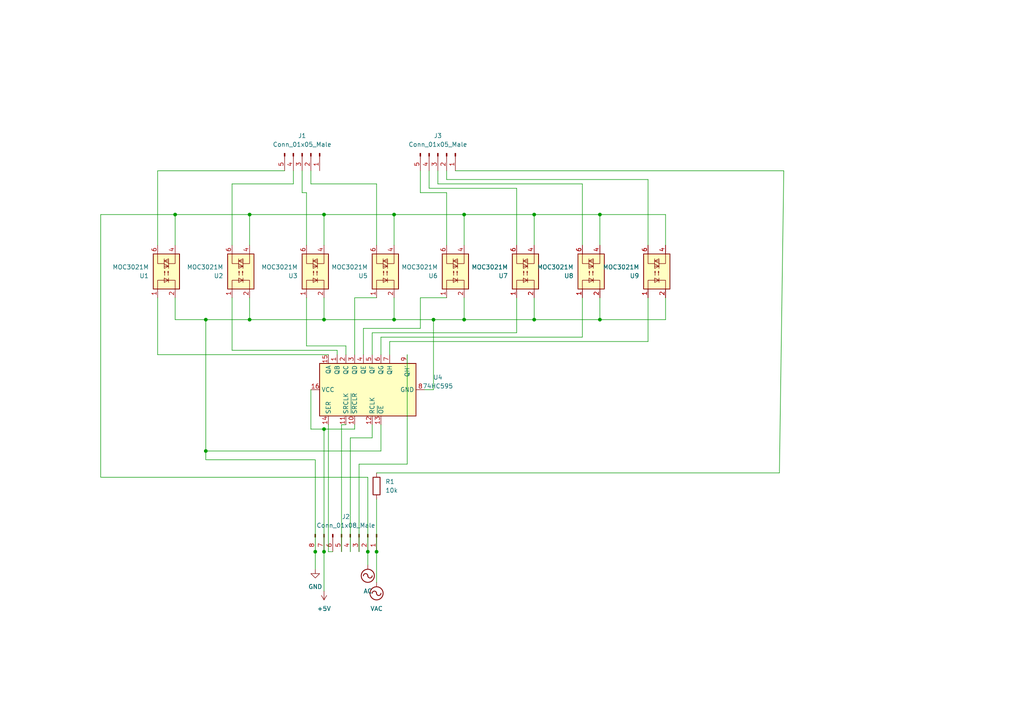
<source format=kicad_sch>
(kicad_sch (version 20211123) (generator eeschema)
  (paper "A4")
  (lib_symbols
    (symbol "74xx:74HC595"
      (property "Reference" "U" (at -7.62 13.97 0))
      (property "Value" "74HC595" (at -7.62 -16.51 0))
      (symbol "74HC595_1_0"
        (pin tri_state line (at 10.16 7.62 180) (length 2.54) (name "QB") (number "1"))
        (pin input line (at -10.16 2.54 0) (length 2.54) (name "~{SRCLR}") (number "10"))
        (pin input line (at -10.16 5.08 0) (length 2.54) (name "SRCLK") (number "11"))
        (pin input line (at -10.16 -2.54 0) (length 2.54) (name "RCLK") (number "12"))
        (pin input line (at -10.16 -5.08 0) (length 2.54) (name "~{OE}") (number "13"))
        (pin input line (at -10.16 10.16 0) (length 2.54) (name "SER") (number "14"))
        (pin tri_state line (at 10.16 10.16 180) (length 2.54) (name "QA") (number "15"))
        (pin power_in line (at 0 15.24 270) (length 2.54) (name "VCC") (number "16"))
        (pin tri_state line (at 10.16 5.08 180) (length 2.54) (name "QC") (number "2"))
        (pin tri_state line (at 10.16 2.54 180) (length 2.54) (name "QD") (number "3"))
        (pin tri_state line (at 10.16 0 180) (length 2.54) (name "QE") (number "4"))
        (pin tri_state line (at 10.16 -2.54 180) (length 2.54) (name "QF") (number "5"))
        (pin tri_state line (at 10.16 -5.08 180) (length 2.54) (name "QG") (number "6"))
        (pin tri_state line (at 10.16 -7.62 180) (length 2.54) (name "QH") (number "7"))
        (pin power_in line (at 0 -17.78 90) (length 2.54) (name "GND") (number "8"))
        (pin output line (at 10.16 -12.7 180) (length 2.54) (name "QH'") (number "9"))
      )
      (symbol "74HC595_1_1"
        (rectangle (start -7.62 12.7) (end 7.62 -15.24) (stroke (width 0.254)) (fill (type background)))
      )
    )
    (symbol "Connector:Conn_01x05_Male" (pin_names (offset 1.016) hide)
      (property "Reference" "J" (at 0 7.62 0))
      (property "Value" "Conn_01x05_Male" (at 0 -7.62 0))
      (symbol "Conn_01x05_Male_1_1"
        (polyline (pts (xy 1.27 -5.08) (xy 0.8636 -5.08)) (stroke (width 0.1524)))
        (polyline (pts (xy 1.27 -2.54) (xy 0.8636 -2.54)) (stroke (width 0.1524)))
        (polyline (pts (xy 1.27 0) (xy 0.8636 0)) (stroke (width 0.1524)))
        (polyline (pts (xy 1.27 2.54) (xy 0.8636 2.54)) (stroke (width 0.1524)))
        (polyline (pts (xy 1.27 5.08) (xy 0.8636 5.08)) (stroke (width 0.1524)))
        (rectangle (start 0.8636 -4.953) (end 0 -5.207) (stroke (width 0.1524)) (fill (type outline)))
        (rectangle (start 0.8636 -2.413) (end 0 -2.667) (stroke (width 0.1524)) (fill (type outline)))
        (rectangle (start 0.8636 0.127) (end 0 -0.127) (stroke (width 0.1524)) (fill (type outline)))
        (rectangle (start 0.8636 2.667) (end 0 2.413) (stroke (width 0.1524)) (fill (type outline)))
        (rectangle (start 0.8636 5.207) (end 0 4.953) (stroke (width 0.1524)) (fill (type outline)))
        (pin passive line (at 5.08 5.08 180) (length 3.81) (name "Pin_1") (number "1"))
        (pin passive line (at 5.08 2.54 180) (length 3.81) (name "Pin_2") (number "2"))
        (pin passive line (at 5.08 0 180) (length 3.81) (name "Pin_3") (number "3"))
        (pin passive line (at 5.08 -2.54 180) (length 3.81) (name "Pin_4") (number "4"))
        (pin passive line (at 5.08 -5.08 180) (length 3.81) (name "Pin_5") (number "5"))
      )
    )
    (symbol "Connector:Conn_01x08_Male" (pin_names (offset 1.016) hide)
      (property "Reference" "J" (at 0 10.16 0))
      (property "Value" "Conn_01x08_Male" (at 0 -12.7 0))
      (symbol "Conn_01x08_Male_1_1"
        (polyline (pts (xy 1.27 -10.16) (xy 0.8636 -10.16)) (stroke (width 0.1524)))
        (polyline (pts (xy 1.27 -7.62) (xy 0.8636 -7.62)) (stroke (width 0.1524)))
        (polyline (pts (xy 1.27 -5.08) (xy 0.8636 -5.08)) (stroke (width 0.1524)))
        (polyline (pts (xy 1.27 -2.54) (xy 0.8636 -2.54)) (stroke (width 0.1524)))
        (polyline (pts (xy 1.27 0) (xy 0.8636 0)) (stroke (width 0.1524)))
        (polyline (pts (xy 1.27 2.54) (xy 0.8636 2.54)) (stroke (width 0.1524)))
        (polyline (pts (xy 1.27 5.08) (xy 0.8636 5.08)) (stroke (width 0.1524)))
        (polyline (pts (xy 1.27 7.62) (xy 0.8636 7.62)) (stroke (width 0.1524)))
        (rectangle (start 0.8636 -10.033) (end 0 -10.287) (stroke (width 0.1524)) (fill (type outline)))
        (rectangle (start 0.8636 -7.493) (end 0 -7.747) (stroke (width 0.1524)) (fill (type outline)))
        (rectangle (start 0.8636 -4.953) (end 0 -5.207) (stroke (width 0.1524)) (fill (type outline)))
        (rectangle (start 0.8636 -2.413) (end 0 -2.667) (stroke (width 0.1524)) (fill (type outline)))
        (rectangle (start 0.8636 0.127) (end 0 -0.127) (stroke (width 0.1524)) (fill (type outline)))
        (rectangle (start 0.8636 2.667) (end 0 2.413) (stroke (width 0.1524)) (fill (type outline)))
        (rectangle (start 0.8636 5.207) (end 0 4.953) (stroke (width 0.1524)) (fill (type outline)))
        (rectangle (start 0.8636 7.747) (end 0 7.493) (stroke (width 0.1524)) (fill (type outline)))
        (pin passive line (at 5.08 7.62 180) (length 3.81) (name "Pin_1") (number "1"))
        (pin passive line (at 5.08 5.08 180) (length 3.81) (name "Pin_2") (number "2"))
        (pin passive line (at 5.08 2.54 180) (length 3.81) (name "Pin_3") (number "3"))
        (pin passive line (at 5.08 0 180) (length 3.81) (name "Pin_4") (number "4"))
        (pin passive line (at 5.08 -2.54 180) (length 3.81) (name "Pin_5") (number "5"))
        (pin passive line (at 5.08 -5.08 180) (length 3.81) (name "Pin_6") (number "6"))
        (pin passive line (at 5.08 -7.62 180) (length 3.81) (name "Pin_7") (number "7"))
        (pin passive line (at 5.08 -10.16 180) (length 3.81) (name "Pin_8") (number "8"))
      )
    )
    (symbol "Device:R" (pin_numbers hide) (pin_names (offset 0))
      (property "Reference" "R" (at 2.032 0 90))
      (property "Value" "R" (at 0 0 90))
      (symbol "R_0_1"
        (rectangle (start -1.016 -2.54) (end 1.016 2.54) (stroke (width 0.254)))
      )
      (symbol "R_1_1"
        (pin passive line (at 0 3.81 270) (length 1.27) (name "~") (number "1"))
        (pin passive line (at 0 -3.81 90) (length 1.27) (name "~") (number "2"))
      )
    )
    (symbol "MOC3021M_1"
      (property "Reference" "U" (at -5.334 4.826 0))
      (property "Value" "MOC3021M_1" (at 0 5.08 0))
      (property "Footprint" "Package_DIP:DIP-6_W7.62mm" (at -5.08 -5.08 0))
      (symbol "MOC3021M_1_0_1"
        (rectangle (start -5.08 3.81) (end 5.08 -3.81) (stroke (width 0.254)) (fill (type background)))
        (polyline (pts (xy -3.175 -0.635) (xy -1.905 -0.635)))
        (polyline (pts (xy 1.524 -0.635) (xy 1.524 0.635)))
        (polyline (pts (xy 3.048 0.635) (xy 3.048 -0.635)))
        (polyline (pts (xy 2.286 -0.635) (xy 2.286 -2.54) (xy 5.08 -2.54)))
        (polyline (pts (xy 2.286 0.635) (xy 2.286 2.54) (xy 5.08 2.54)))
        (polyline (pts (xy -5.08 2.54) (xy -2.54 2.54) (xy -2.54 -2.54) (xy -5.08 -2.54)))
        (polyline (pts (xy -2.54 -0.635) (xy -3.175 0.635) (xy -1.905 0.635) (xy -2.54 -0.635)))
        (polyline (pts (xy 0.889 -0.635) (xy 3.683 -0.635) (xy 3.048 0.635) (xy 2.413 -0.635)))
        (polyline (pts (xy 3.683 0.635) (xy 0.889 0.635) (xy 1.524 -0.635) (xy 2.159 0.635)))
        (polyline (pts (xy -1.143 -0.508) (xy 0.127 -0.508) (xy -0.254 -0.635) (xy -0.254 -0.381) (xy 0.127 -0.508)))
        (polyline (pts (xy -1.143 0.508) (xy 0.127 0.508) (xy -0.254 0.381) (xy -0.254 0.635) (xy 0.127 0.508)))
      )
      (symbol "MOC3021M_1_1_1"
        (pin passive line (at -7.62 2.54 0) (length 2.54) (name "~") (number "1"))
        (pin passive line (at -7.62 -2.54 0) (length 2.54) (name "~") (number "2"))
        (pin no_connect line (at -5.08 0 0) (length 2.54) hide (name "NC") (number "3"))
        (pin passive line (at 7.62 -2.54 180) (length 2.54) (name "~") (number "4"))
        (pin no_connect line (at 5.08 0 180) (length 2.54) hide (name "NC") (number "5"))
        (pin passive line (at 7.62 2.54 180) (length 2.54) (name "~") (number "6"))
      )
    )
    (symbol "MOC3021M_2"
      (property "Reference" "U" (at -5.334 4.826 0))
      (property "Value" "MOC3021M_2" (at 0 5.08 0))
      (property "Footprint" "Package_DIP:DIP-6_W7.62mm" (at -5.08 -5.08 0))
      (symbol "MOC3021M_2_0_1"
        (rectangle (start -5.08 3.81) (end 5.08 -3.81) (stroke (width 0.254)) (fill (type background)))
        (polyline (pts (xy -3.175 -0.635) (xy -1.905 -0.635)))
        (polyline (pts (xy 1.524 -0.635) (xy 1.524 0.635)))
        (polyline (pts (xy 3.048 0.635) (xy 3.048 -0.635)))
        (polyline (pts (xy 2.286 -0.635) (xy 2.286 -2.54) (xy 5.08 -2.54)))
        (polyline (pts (xy 2.286 0.635) (xy 2.286 2.54) (xy 5.08 2.54)))
        (polyline (pts (xy -5.08 2.54) (xy -2.54 2.54) (xy -2.54 -2.54) (xy -5.08 -2.54)))
        (polyline (pts (xy -2.54 -0.635) (xy -3.175 0.635) (xy -1.905 0.635) (xy -2.54 -0.635)))
        (polyline (pts (xy 0.889 -0.635) (xy 3.683 -0.635) (xy 3.048 0.635) (xy 2.413 -0.635)))
        (polyline (pts (xy 3.683 0.635) (xy 0.889 0.635) (xy 1.524 -0.635) (xy 2.159 0.635)))
        (polyline (pts (xy -1.143 -0.508) (xy 0.127 -0.508) (xy -0.254 -0.635) (xy -0.254 -0.381) (xy 0.127 -0.508)))
        (polyline (pts (xy -1.143 0.508) (xy 0.127 0.508) (xy -0.254 0.381) (xy -0.254 0.635) (xy 0.127 0.508)))
      )
      (symbol "MOC3021M_2_1_1"
        (pin passive line (at -7.62 2.54 0) (length 2.54) (name "~") (number "1"))
        (pin passive line (at -7.62 -2.54 0) (length 2.54) (name "~") (number "2"))
        (pin no_connect line (at -5.08 0 0) (length 2.54) hide (name "NC") (number "3"))
        (pin passive line (at 7.62 -2.54 180) (length 2.54) (name "~") (number "4"))
        (pin no_connect line (at 5.08 0 180) (length 2.54) hide (name "NC") (number "5"))
        (pin passive line (at 7.62 2.54 180) (length 2.54) (name "~") (number "6"))
      )
    )
    (symbol "MOC3021M_3"
      (property "Reference" "U" (at -5.334 4.826 0))
      (property "Value" "MOC3021M_3" (at 0 5.08 0))
      (property "Footprint" "Package_DIP:DIP-6_W7.62mm" (at -5.08 -5.08 0))
      (symbol "MOC3021M_3_0_1"
        (rectangle (start -5.08 3.81) (end 5.08 -3.81) (stroke (width 0.254)) (fill (type background)))
        (polyline (pts (xy -3.175 -0.635) (xy -1.905 -0.635)))
        (polyline (pts (xy 1.524 -0.635) (xy 1.524 0.635)))
        (polyline (pts (xy 3.048 0.635) (xy 3.048 -0.635)))
        (polyline (pts (xy 2.286 -0.635) (xy 2.286 -2.54) (xy 5.08 -2.54)))
        (polyline (pts (xy 2.286 0.635) (xy 2.286 2.54) (xy 5.08 2.54)))
        (polyline (pts (xy -5.08 2.54) (xy -2.54 2.54) (xy -2.54 -2.54) (xy -5.08 -2.54)))
        (polyline (pts (xy -2.54 -0.635) (xy -3.175 0.635) (xy -1.905 0.635) (xy -2.54 -0.635)))
        (polyline (pts (xy 0.889 -0.635) (xy 3.683 -0.635) (xy 3.048 0.635) (xy 2.413 -0.635)))
        (polyline (pts (xy 3.683 0.635) (xy 0.889 0.635) (xy 1.524 -0.635) (xy 2.159 0.635)))
        (polyline (pts (xy -1.143 -0.508) (xy 0.127 -0.508) (xy -0.254 -0.635) (xy -0.254 -0.381) (xy 0.127 -0.508)))
        (polyline (pts (xy -1.143 0.508) (xy 0.127 0.508) (xy -0.254 0.381) (xy -0.254 0.635) (xy 0.127 0.508)))
      )
      (symbol "MOC3021M_3_1_1"
        (pin passive line (at -7.62 2.54 0) (length 2.54) (name "~") (number "1"))
        (pin passive line (at -7.62 -2.54 0) (length 2.54) (name "~") (number "2"))
        (pin no_connect line (at -5.08 0 0) (length 2.54) hide (name "NC") (number "3"))
        (pin passive line (at 7.62 -2.54 180) (length 2.54) (name "~") (number "4"))
        (pin no_connect line (at 5.08 0 180) (length 2.54) hide (name "NC") (number "5"))
        (pin passive line (at 7.62 2.54 180) (length 2.54) (name "~") (number "6"))
      )
    )
    (symbol "MOC3021M_4"
      (property "Reference" "U" (at -5.334 4.826 0))
      (property "Value" "MOC3021M_4" (at 0 5.08 0))
      (property "Footprint" "Package_DIP:DIP-6_W7.62mm" (at -5.08 -5.08 0))
      (symbol "MOC3021M_4_0_1"
        (rectangle (start -5.08 3.81) (end 5.08 -3.81) (stroke (width 0.254)) (fill (type background)))
        (polyline (pts (xy -3.175 -0.635) (xy -1.905 -0.635)))
        (polyline (pts (xy 1.524 -0.635) (xy 1.524 0.635)))
        (polyline (pts (xy 3.048 0.635) (xy 3.048 -0.635)))
        (polyline (pts (xy 2.286 -0.635) (xy 2.286 -2.54) (xy 5.08 -2.54)))
        (polyline (pts (xy 2.286 0.635) (xy 2.286 2.54) (xy 5.08 2.54)))
        (polyline (pts (xy -5.08 2.54) (xy -2.54 2.54) (xy -2.54 -2.54) (xy -5.08 -2.54)))
        (polyline (pts (xy -2.54 -0.635) (xy -3.175 0.635) (xy -1.905 0.635) (xy -2.54 -0.635)))
        (polyline (pts (xy 0.889 -0.635) (xy 3.683 -0.635) (xy 3.048 0.635) (xy 2.413 -0.635)))
        (polyline (pts (xy 3.683 0.635) (xy 0.889 0.635) (xy 1.524 -0.635) (xy 2.159 0.635)))
        (polyline (pts (xy -1.143 -0.508) (xy 0.127 -0.508) (xy -0.254 -0.635) (xy -0.254 -0.381) (xy 0.127 -0.508)))
        (polyline (pts (xy -1.143 0.508) (xy 0.127 0.508) (xy -0.254 0.381) (xy -0.254 0.635) (xy 0.127 0.508)))
      )
      (symbol "MOC3021M_4_1_1"
        (pin passive line (at -7.62 2.54 0) (length 2.54) (name "~") (number "1"))
        (pin passive line (at -7.62 -2.54 0) (length 2.54) (name "~") (number "2"))
        (pin no_connect line (at -5.08 0 0) (length 2.54) hide (name "NC") (number "3"))
        (pin passive line (at 7.62 -2.54 180) (length 2.54) (name "~") (number "4"))
        (pin no_connect line (at 5.08 0 180) (length 2.54) hide (name "NC") (number "5"))
        (pin passive line (at 7.62 2.54 180) (length 2.54) (name "~") (number "6"))
      )
    )
    (symbol "MOC3021M_5"
      (property "Reference" "U" (at -5.334 4.826 0))
      (property "Value" "MOC3021M_5" (at 0 5.08 0))
      (property "Footprint" "Package_DIP:DIP-6_W7.62mm" (at -5.08 -5.08 0))
      (symbol "MOC3021M_5_0_1"
        (rectangle (start -5.08 3.81) (end 5.08 -3.81) (stroke (width 0.254)) (fill (type background)))
        (polyline (pts (xy -3.175 -0.635) (xy -1.905 -0.635)))
        (polyline (pts (xy 1.524 -0.635) (xy 1.524 0.635)))
        (polyline (pts (xy 3.048 0.635) (xy 3.048 -0.635)))
        (polyline (pts (xy 2.286 -0.635) (xy 2.286 -2.54) (xy 5.08 -2.54)))
        (polyline (pts (xy 2.286 0.635) (xy 2.286 2.54) (xy 5.08 2.54)))
        (polyline (pts (xy -5.08 2.54) (xy -2.54 2.54) (xy -2.54 -2.54) (xy -5.08 -2.54)))
        (polyline (pts (xy -2.54 -0.635) (xy -3.175 0.635) (xy -1.905 0.635) (xy -2.54 -0.635)))
        (polyline (pts (xy 0.889 -0.635) (xy 3.683 -0.635) (xy 3.048 0.635) (xy 2.413 -0.635)))
        (polyline (pts (xy 3.683 0.635) (xy 0.889 0.635) (xy 1.524 -0.635) (xy 2.159 0.635)))
        (polyline (pts (xy -1.143 -0.508) (xy 0.127 -0.508) (xy -0.254 -0.635) (xy -0.254 -0.381) (xy 0.127 -0.508)))
        (polyline (pts (xy -1.143 0.508) (xy 0.127 0.508) (xy -0.254 0.381) (xy -0.254 0.635) (xy 0.127 0.508)))
      )
      (symbol "MOC3021M_5_1_1"
        (pin passive line (at -7.62 2.54 0) (length 2.54) (name "~") (number "1"))
        (pin passive line (at -7.62 -2.54 0) (length 2.54) (name "~") (number "2"))
        (pin no_connect line (at -5.08 0 0) (length 2.54) hide (name "NC") (number "3"))
        (pin passive line (at 7.62 -2.54 180) (length 2.54) (name "~") (number "4"))
        (pin no_connect line (at 5.08 0 180) (length 2.54) hide (name "NC") (number "5"))
        (pin passive line (at 7.62 2.54 180) (length 2.54) (name "~") (number "6"))
      )
    )
    (symbol "MOC3021M_6"
      (property "Reference" "U" (at -5.334 4.826 0))
      (property "Value" "MOC3021M_6" (at 0 5.08 0))
      (property "Footprint" "Package_DIP:DIP-6_W7.62mm" (at -5.08 -5.08 0))
      (symbol "MOC3021M_6_0_1"
        (rectangle (start -5.08 3.81) (end 5.08 -3.81) (stroke (width 0.254)) (fill (type background)))
        (polyline (pts (xy -3.175 -0.635) (xy -1.905 -0.635)))
        (polyline (pts (xy 1.524 -0.635) (xy 1.524 0.635)))
        (polyline (pts (xy 3.048 0.635) (xy 3.048 -0.635)))
        (polyline (pts (xy 2.286 -0.635) (xy 2.286 -2.54) (xy 5.08 -2.54)))
        (polyline (pts (xy 2.286 0.635) (xy 2.286 2.54) (xy 5.08 2.54)))
        (polyline (pts (xy -5.08 2.54) (xy -2.54 2.54) (xy -2.54 -2.54) (xy -5.08 -2.54)))
        (polyline (pts (xy -2.54 -0.635) (xy -3.175 0.635) (xy -1.905 0.635) (xy -2.54 -0.635)))
        (polyline (pts (xy 0.889 -0.635) (xy 3.683 -0.635) (xy 3.048 0.635) (xy 2.413 -0.635)))
        (polyline (pts (xy 3.683 0.635) (xy 0.889 0.635) (xy 1.524 -0.635) (xy 2.159 0.635)))
        (polyline (pts (xy -1.143 -0.508) (xy 0.127 -0.508) (xy -0.254 -0.635) (xy -0.254 -0.381) (xy 0.127 -0.508)))
        (polyline (pts (xy -1.143 0.508) (xy 0.127 0.508) (xy -0.254 0.381) (xy -0.254 0.635) (xy 0.127 0.508)))
      )
      (symbol "MOC3021M_6_1_1"
        (pin passive line (at -7.62 2.54 0) (length 2.54) (name "~") (number "1"))
        (pin passive line (at -7.62 -2.54 0) (length 2.54) (name "~") (number "2"))
        (pin no_connect line (at -5.08 0 0) (length 2.54) hide (name "NC") (number "3"))
        (pin passive line (at 7.62 -2.54 180) (length 2.54) (name "~") (number "4"))
        (pin no_connect line (at 5.08 0 180) (length 2.54) hide (name "NC") (number "5"))
        (pin passive line (at 7.62 2.54 180) (length 2.54) (name "~") (number "6"))
      )
    )
    (symbol "MOC3021M_7"
      (property "Reference" "U" (at -5.334 4.826 0))
      (property "Value" "MOC3021M_7" (at 0 5.08 0))
      (property "Footprint" "Package_DIP:DIP-6_W7.62mm" (at -5.08 -5.08 0))
      (symbol "MOC3021M_7_0_1"
        (rectangle (start -5.08 3.81) (end 5.08 -3.81) (stroke (width 0.254)) (fill (type background)))
        (polyline (pts (xy -3.175 -0.635) (xy -1.905 -0.635)))
        (polyline (pts (xy 1.524 -0.635) (xy 1.524 0.635)))
        (polyline (pts (xy 3.048 0.635) (xy 3.048 -0.635)))
        (polyline (pts (xy 2.286 -0.635) (xy 2.286 -2.54) (xy 5.08 -2.54)))
        (polyline (pts (xy 2.286 0.635) (xy 2.286 2.54) (xy 5.08 2.54)))
        (polyline (pts (xy -5.08 2.54) (xy -2.54 2.54) (xy -2.54 -2.54) (xy -5.08 -2.54)))
        (polyline (pts (xy -2.54 -0.635) (xy -3.175 0.635) (xy -1.905 0.635) (xy -2.54 -0.635)))
        (polyline (pts (xy 0.889 -0.635) (xy 3.683 -0.635) (xy 3.048 0.635) (xy 2.413 -0.635)))
        (polyline (pts (xy 3.683 0.635) (xy 0.889 0.635) (xy 1.524 -0.635) (xy 2.159 0.635)))
        (polyline (pts (xy -1.143 -0.508) (xy 0.127 -0.508) (xy -0.254 -0.635) (xy -0.254 -0.381) (xy 0.127 -0.508)))
        (polyline (pts (xy -1.143 0.508) (xy 0.127 0.508) (xy -0.254 0.381) (xy -0.254 0.635) (xy 0.127 0.508)))
      )
      (symbol "MOC3021M_7_1_1"
        (pin passive line (at -7.62 2.54 0) (length 2.54) (name "~") (number "1"))
        (pin passive line (at -7.62 -2.54 0) (length 2.54) (name "~") (number "2"))
        (pin no_connect line (at -5.08 0 0) (length 2.54) hide (name "NC") (number "3"))
        (pin passive line (at 7.62 -2.54 180) (length 2.54) (name "~") (number "4"))
        (pin no_connect line (at 5.08 0 180) (length 2.54) hide (name "NC") (number "5"))
        (pin passive line (at 7.62 2.54 180) (length 2.54) (name "~") (number "6"))
      )
    )
    (symbol "Relay_SolidState:MOC3021M"
      (property "Reference" "U" (at -5.334 4.826 0))
      (property "Value" "MOC3021M" (at 0 5.08 0))
      (property "Footprint" "Package_DIP:DIP-6_W7.62mm" (at -5.08 -5.08 0))
      (symbol "MOC3021M_0_1"
        (rectangle (start -5.08 3.81) (end 5.08 -3.81) (stroke (width 0.254)) (fill (type background)))
        (polyline (pts (xy -3.175 -0.635) (xy -1.905 -0.635)))
        (polyline (pts (xy 1.524 -0.635) (xy 1.524 0.635)))
        (polyline (pts (xy 3.048 0.635) (xy 3.048 -0.635)))
        (polyline (pts (xy 2.286 -0.635) (xy 2.286 -2.54) (xy 5.08 -2.54)))
        (polyline (pts (xy 2.286 0.635) (xy 2.286 2.54) (xy 5.08 2.54)))
        (polyline (pts (xy -5.08 2.54) (xy -2.54 2.54) (xy -2.54 -2.54) (xy -5.08 -2.54)))
        (polyline (pts (xy -2.54 -0.635) (xy -3.175 0.635) (xy -1.905 0.635) (xy -2.54 -0.635)))
        (polyline (pts (xy 0.889 -0.635) (xy 3.683 -0.635) (xy 3.048 0.635) (xy 2.413 -0.635)))
        (polyline (pts (xy 3.683 0.635) (xy 0.889 0.635) (xy 1.524 -0.635) (xy 2.159 0.635)))
        (polyline (pts (xy -1.143 -0.508) (xy 0.127 -0.508) (xy -0.254 -0.635) (xy -0.254 -0.381) (xy 0.127 -0.508)))
        (polyline (pts (xy -1.143 0.508) (xy 0.127 0.508) (xy -0.254 0.381) (xy -0.254 0.635) (xy 0.127 0.508)))
      )
      (symbol "MOC3021M_1_1"
        (pin passive line (at -7.62 2.54 0) (length 2.54) (name "~") (number "1"))
        (pin passive line (at -7.62 -2.54 0) (length 2.54) (name "~") (number "2"))
        (pin no_connect line (at -5.08 0 0) (length 2.54) hide (name "NC") (number "3"))
        (pin passive line (at 7.62 -2.54 180) (length 2.54) (name "~") (number "4"))
        (pin no_connect line (at 5.08 0 180) (length 2.54) hide (name "NC") (number "5"))
        (pin passive line (at 7.62 2.54 180) (length 2.54) (name "~") (number "6"))
      )
    )
    (symbol "power:+5V" (power) (pin_names (offset 0))
      (property "Value" "+5V" (at 0 3.556 0))
      (symbol "+5V_0_1"
        (polyline (pts (xy -0.762 1.27) (xy 0 2.54)))
        (polyline (pts (xy 0 0) (xy 0 2.54)))
        (polyline (pts (xy 0 2.54) (xy 0.762 1.27)))
      )
      (symbol "+5V_1_1"
        (pin power_in line (at 0 0 90) (length 0) hide (name "+5V") (number "1"))
      )
    )
    (symbol "power:AC" (power) (pin_names (offset 0))
      (property "Value" "AC" (at 0 6.35 0))
      (symbol "AC_0_1"
        (polyline (pts (xy 0 0) (xy 0 1.27)))
        (arc (start 0 3.175) (mid -0.635 3.81) (end -1.27 3.175) (stroke (width 0.254)))
        (arc (start 0 3.175) (mid 0.635 2.54) (end 1.27 3.175) (stroke (width 0.254)))
        (circle (center 0 3.175) (radius 1.905) (stroke (width 0.254)))
      )
      (symbol "AC_1_1"
        (pin power_in line (at 0 0 90) (length 0) hide (name "AC") (number "1"))
      )
    )
    (symbol "power:GND" (power) (pin_names (offset 0))
      (property "Value" "GND" (at 0 -3.81 0))
      (symbol "GND_0_1"
        (polyline (pts (xy 0 0) (xy 0 -1.27) (xy 1.27 -1.27) (xy 0 -2.54) (xy -1.27 -1.27) (xy 0 -1.27)))
      )
      (symbol "GND_1_1"
        (pin power_in line (at 0 0 270) (length 0) hide (name "GND") (number "1"))
      )
    )
    (symbol "power:VAC" (power) (pin_names (offset 0))
      (property "Value" "VAC" (at 0 6.35 0))
      (symbol "VAC_0_1"
        (polyline (pts (xy 0 0) (xy 0 1.27)))
        (arc (start 0 3.175) (mid -0.635 3.81) (end -1.27 3.175) (stroke (width 0.254)))
        (arc (start 0 3.175) (mid 0.635 2.54) (end 1.27 3.175) (stroke (width 0.254)))
        (circle (center 0 3.175) (radius 1.905) (stroke (width 0.254)))
      )
      (symbol "VAC_1_1"
        (pin power_in line (at 0 0 90) (length 0) hide (name "VAC") (number "1"))
      )
    )
  )
  (junction (at 173.99 62.23))
  (junction (at 114.3 92.71))
  (junction (at 59.69 130.81))
  (junction (at 72.39 92.71))
  (junction (at 154.94 62.23))
  (junction (at 91.44 160.02))
  (junction (at 154.94 92.71))
  (junction (at 134.62 62.23))
  (junction (at 109.22 160.02))
  (junction (at 125.73 92.71))
  (junction (at 106.68 160.02))
  (junction (at 93.98 124.46))
  (junction (at 173.99 92.71))
  (junction (at 114.3 62.23))
  (junction (at 72.39 62.23))
  (junction (at 93.98 160.02))
  (junction (at 134.62 92.71))
  (junction (at 59.69 92.71))
  (junction (at 93.98 62.23))
  (junction (at 93.98 92.71))
  (junction (at 50.8 62.23))
  (wire (pts (xy 110.49 102.87) (xy 110.49 97.79)))
  (wire (pts (xy 100.33 100.33) (xy 88.9 100.33)))
  (wire (pts (xy 107.95 96.52) (xy 149.86 96.52)))
  (wire (pts (xy 154.94 86.36) (xy 154.94 92.71)))
  (wire (pts (xy 113.03 99.06) (xy 187.96 99.06)))
  (wire (pts (xy 168.91 71.12) (xy 168.91 53.34)))
  (wire (pts (xy 125.73 113.03) (xy 125.73 92.71)))
  (wire (pts (xy 114.3 92.71) (xy 125.73 92.71)))
  (wire (pts (xy 107.95 102.87) (xy 107.95 96.52)))
  (wire (pts (xy 193.04 92.71) (xy 193.04 86.36)))
  (wire (pts (xy 97.79 101.6) (xy 67.31 101.6)))
  (wire (pts (xy 85.09 53.34) (xy 85.09 49.53)))
  (wire (pts (xy 118.11 134.62) (xy 104.14 134.62)))
  (wire (pts (xy 99.06 160.02) (xy 99.06 123.19)))
  (wire (pts (xy 154.94 62.23) (xy 173.99 62.23)))
  (wire (pts (xy 149.86 71.12) (xy 149.86 54.61)))
  (wire (pts (xy 132.08 49.53) (xy 227.33 49.53)))
  (wire (pts (xy 67.31 101.6) (xy 67.31 86.36)))
  (wire (pts (xy 109.22 137.16) (xy 226.06 137.16)))
  (wire (pts (xy 129.54 71.12) (xy 129.54 55.88)))
  (wire (pts (xy 88.9 71.12) (xy 88.9 55.88)))
  (wire (pts (xy 102.87 124.46) (xy 93.98 124.46)))
  (wire (pts (xy 173.99 62.23) (xy 193.04 62.23)))
  (wire (pts (xy 59.69 133.35) (xy 59.69 130.81)))
  (wire (pts (xy 106.68 160.02) (xy 106.68 163.83)))
  (wire (pts (xy 118.11 102.87) (xy 118.11 134.62)))
  (wire (pts (xy 110.49 97.79) (xy 168.91 97.79)))
  (wire (pts (xy 226.06 137.16) (xy 227.33 49.53)))
  (wire (pts (xy 109.22 160.02) (xy 109.22 168.91)))
  (wire (pts (xy 95.25 160.02) (xy 96.52 160.02)))
  (wire (pts (xy 72.39 92.71) (xy 93.98 92.71)))
  (wire (pts (xy 187.96 52.07) (xy 129.54 52.07)))
  (wire (pts (xy 50.8 92.71) (xy 59.69 92.71)))
  (wire (pts (xy 106.68 160.02) (xy 106.68 138.43)))
  (wire (pts (xy 109.22 53.34) (xy 90.17 53.34)))
  (wire (pts (xy 72.39 62.23) (xy 93.98 62.23)))
  (wire (pts (xy 173.99 62.23) (xy 173.99 71.12)))
  (wire (pts (xy 93.98 62.23) (xy 93.98 71.12)))
  (wire (pts (xy 93.98 86.36) (xy 93.98 92.71)))
  (wire (pts (xy 121.92 55.88) (xy 121.92 49.53)))
  (wire (pts (xy 110.49 123.19) (xy 110.49 130.81)))
  (wire (pts (xy 90.17 124.46) (xy 90.17 113.03)))
  (wire (pts (xy 173.99 92.71) (xy 193.04 92.71)))
  (wire (pts (xy 88.9 100.33) (xy 88.9 86.36)))
  (wire (pts (xy 90.17 53.34) (xy 90.17 49.53)))
  (wire (pts (xy 123.19 113.03) (xy 125.73 113.03)))
  (wire (pts (xy 91.44 160.02) (xy 91.44 165.1)))
  (wire (pts (xy 125.73 92.71) (xy 134.62 92.71)))
  (wire (pts (xy 93.98 124.46) (xy 93.98 160.02)))
  (wire (pts (xy 110.49 130.81) (xy 59.69 130.81)))
  (wire (pts (xy 72.39 86.36) (xy 72.39 92.71)))
  (wire (pts (xy 72.39 62.23) (xy 72.39 71.12)))
  (wire (pts (xy 193.04 62.23) (xy 193.04 71.12)))
  (wire (pts (xy 93.98 124.46) (xy 90.17 124.46)))
  (wire (pts (xy 106.68 138.43) (xy 29.21 138.43)))
  (wire (pts (xy 93.98 160.02) (xy 93.98 171.45)))
  (wire (pts (xy 101.6 127) (xy 107.95 127)))
  (wire (pts (xy 91.44 160.02) (xy 91.44 133.35)))
  (wire (pts (xy 88.9 55.88) (xy 87.63 55.88)))
  (wire (pts (xy 109.22 144.78) (xy 109.22 160.02)))
  (wire (pts (xy 59.69 92.71) (xy 72.39 92.71)))
  (wire (pts (xy 91.44 133.35) (xy 59.69 133.35)))
  (wire (pts (xy 124.46 54.61) (xy 124.46 49.53)))
  (wire (pts (xy 105.41 102.87) (xy 105.41 95.25)))
  (wire (pts (xy 187.96 71.12) (xy 187.96 52.07)))
  (wire (pts (xy 168.91 97.79) (xy 168.91 86.36)))
  (wire (pts (xy 134.62 62.23) (xy 134.62 71.12)))
  (wire (pts (xy 113.03 102.87) (xy 113.03 99.06)))
  (wire (pts (xy 50.8 62.23) (xy 50.8 71.12)))
  (wire (pts (xy 149.86 54.61) (xy 124.46 54.61)))
  (wire (pts (xy 87.63 55.88) (xy 87.63 49.53)))
  (wire (pts (xy 29.21 138.43) (xy 29.21 62.23)))
  (wire (pts (xy 45.72 49.53) (xy 82.55 49.53)))
  (wire (pts (xy 101.6 160.02) (xy 101.6 127)))
  (wire (pts (xy 134.62 62.23) (xy 154.94 62.23)))
  (wire (pts (xy 99.06 123.19) (xy 100.33 123.19)))
  (wire (pts (xy 149.86 96.52) (xy 149.86 86.36)))
  (wire (pts (xy 109.22 71.12) (xy 109.22 53.34)))
  (wire (pts (xy 173.99 86.36) (xy 173.99 92.71)))
  (wire (pts (xy 97.79 102.87) (xy 97.79 101.6)))
  (wire (pts (xy 154.94 92.71) (xy 173.99 92.71)))
  (wire (pts (xy 107.95 127) (xy 107.95 123.19)))
  (wire (pts (xy 59.69 130.81) (xy 59.69 92.71)))
  (wire (pts (xy 134.62 92.71) (xy 154.94 92.71)))
  (wire (pts (xy 45.72 71.12) (xy 45.72 49.53)))
  (wire (pts (xy 93.98 92.71) (xy 114.3 92.71)))
  (wire (pts (xy 102.87 86.36) (xy 109.22 86.36)))
  (wire (pts (xy 95.25 123.19) (xy 95.25 160.02)))
  (wire (pts (xy 100.33 102.87) (xy 100.33 100.33)))
  (wire (pts (xy 187.96 99.06) (xy 187.96 86.36)))
  (wire (pts (xy 104.14 134.62) (xy 104.14 160.02)))
  (wire (pts (xy 129.54 52.07) (xy 129.54 49.53)))
  (wire (pts (xy 29.21 62.23) (xy 50.8 62.23)))
  (wire (pts (xy 134.62 86.36) (xy 134.62 92.71)))
  (wire (pts (xy 95.25 102.87) (xy 45.72 102.87)))
  (wire (pts (xy 50.8 62.23) (xy 72.39 62.23)))
  (wire (pts (xy 67.31 53.34) (xy 85.09 53.34)))
  (wire (pts (xy 50.8 86.36) (xy 50.8 92.71)))
  (wire (pts (xy 129.54 55.88) (xy 121.92 55.88)))
  (wire (pts (xy 168.91 53.34) (xy 127 53.34)))
  (wire (pts (xy 121.92 95.25) (xy 121.92 86.36)))
  (wire (pts (xy 105.41 95.25) (xy 121.92 95.25)))
  (wire (pts (xy 114.3 86.36) (xy 114.3 92.71)))
  (wire (pts (xy 114.3 62.23) (xy 134.62 62.23)))
  (wire (pts (xy 154.94 62.23) (xy 154.94 71.12)))
  (wire (pts (xy 93.98 62.23) (xy 114.3 62.23)))
  (wire (pts (xy 127 53.34) (xy 127 49.53)))
  (wire (pts (xy 121.92 86.36) (xy 129.54 86.36)))
  (wire (pts (xy 102.87 123.19) (xy 102.87 124.46)))
  (wire (pts (xy 45.72 102.87) (xy 45.72 86.36)))
  (wire (pts (xy 102.87 102.87) (xy 102.87 86.36)))
  (wire (pts (xy 114.3 62.23) (xy 114.3 71.12)))
  (wire (pts (xy 67.31 71.12) (xy 67.31 53.34)))
  (symbol (lib_id "power:+5V") (at 93.98 171.45 180) (unit 1)
    (property "Reference" "#PWR0104" (effects hide))
    (property "Value" "+5V" (at 93.98 176.53 0))
  )
  (symbol (lib_id "Connector:Conn_01x05_Male") (at 127 44.45 270) (unit 1)
    (property "Reference" "J3" (at 127 39.37 90))
    (property "Value" "Conn_01x05_Male" (at 127 41.91 90))
    (property "Footprint" "Connector_PinHeader_2.54mm:PinHeader_1x05_P2.54mm_Vertical" (effects hide))
  )
  (symbol (lib_name "MOC3021M_4") (lib_id "Relay_SolidState:MOC3021M") (at 111.76 78.74 90) (unit 1)
    (property "Reference" "U5" (at 106.68 80.0101 90) (effects (justify left)))
    (property "Value" "MOC3021M" (at 106.68 77.4701 90) (effects (justify left)))
    (property "Footprint" "Package_DIP:DIP-6_W7.62mm" (effects hide))
    (property "Datasheet" "https://www.onsemi.com/pub/Collateral/MOC3023M-D.PDF" (effects hide))
  )
  (symbol (lib_id "Connector:Conn_01x08_Male") (at 101.6 154.94 270) (unit 1)
    (property "Reference" "J2" (at 100.33 149.86 90))
    (property "Value" "Conn_01x08_Male" (at 100.33 152.4 90))
    (property "Footprint" "Connector_PinSocket_2.54mm:PinSocket_1x08_P2.54mm_Vertical" (effects hide))
  )
  (symbol (lib_id "Relay_SolidState:MOC3021M") (at 190.5 78.74 90) (unit 1)
    (property "Reference" "U9" (at 185.42 80.0101 90) (effects (justify left)))
    (property "Value" "MOC3021M" (at 185.42 77.4701 90) (effects (justify left)))
    (property "Footprint" "Package_DIP:DIP-6_W7.62mm" (effects hide))
    (property "Datasheet" "https://www.onsemi.com/pub/Collateral/MOC3023M-D.PDF" (effects hide))
  )
  (symbol (lib_id "74xx:74HC595") (at 105.41 113.03 90) (unit 1)
    (property "Reference" "U4" (at 127 109.4486 90))
    (property "Value" "74HC595" (at 127 111.9886 90))
    (property "Footprint" "Package_DIP:DIP-16_W7.62mm" (effects hide))
    (property "Datasheet" "http://www.ti.com/lit/ds/symlink/sn74hc595.pdf" (effects hide))
  )
  (symbol (lib_name "MOC3021M_7") (lib_id "Relay_SolidState:MOC3021M") (at 171.45 78.74 90) (unit 1)
    (property "Reference" "U8" (at 166.37 80.0101 90) (effects (justify left)))
    (property "Value" "MOC3021M" (at 166.37 77.4701 90) (effects (justify left)))
    (property "Footprint" "Package_DIP:DIP-6_W7.62mm" (effects hide))
    (property "Datasheet" "https://www.onsemi.com/pub/Collateral/MOC3023M-D.PDF" (effects hide))
  )
  (symbol (lib_name "MOC3021M_1") (lib_id "Relay_SolidState:MOC3021M") (at 48.26 78.74 90) (unit 1)
    (property "Reference" "U1" (at 43.18 80.0101 90) (effects (justify left)))
    (property "Value" "MOC3021M" (at 43.18 77.4701 90) (effects (justify left)))
    (property "Footprint" "Package_DIP:DIP-6_W7.62mm" (effects hide))
    (property "Datasheet" "https://www.onsemi.com/pub/Collateral/MOC3023M-D.PDF" (effects hide))
  )
  (symbol (lib_name "MOC3021M_2") (lib_id "Relay_SolidState:MOC3021M") (at 69.85 78.74 90) (unit 1)
    (property "Reference" "U2" (at 64.77 80.0101 90) (effects (justify left)))
    (property "Value" "MOC3021M" (at 64.77 77.4701 90) (effects (justify left)))
    (property "Footprint" "Package_DIP:DIP-6_W7.62mm" (effects hide))
    (property "Datasheet" "https://www.onsemi.com/pub/Collateral/MOC3023M-D.PDF" (effects hide))
  )
  (symbol (lib_name "MOC3021M_3") (lib_id "Relay_SolidState:MOC3021M") (at 91.44 78.74 90) (unit 1)
    (property "Reference" "U3" (at 86.36 80.0101 90) (effects (justify left)))
    (property "Value" "MOC3021M" (at 86.36 77.4701 90) (effects (justify left)))
    (property "Footprint" "Package_DIP:DIP-6_W7.62mm" (effects hide))
    (property "Datasheet" "https://www.onsemi.com/pub/Collateral/MOC3023M-D.PDF" (effects hide))
  )
  (symbol (lib_id "Connector:Conn_01x05_Male") (at 87.63 44.45 270) (unit 1)
    (property "Reference" "J1" (at 87.63 39.37 90))
    (property "Value" "Conn_01x05_Male" (at 87.63 41.91 90))
    (property "Footprint" "Connector_PinHeader_2.54mm:PinHeader_1x05_P2.54mm_Vertical" (effects hide))
  )
  (symbol (lib_id "power:VAC") (at 109.22 168.91 180) (unit 1)
    (property "Reference" "#PWR0103" (effects hide))
    (property "Value" "VAC" (at 109.22 176.53 0))
  )
  (symbol (lib_id "Device:R") (at 109.22 140.97 0) (unit 1)
    (property "Reference" "R1" (at 111.76 139.6999 0) (effects (justify left)))
    (property "Value" "10k" (at 111.76 142.2399 0) (effects (justify left)))
    (property "Footprint" "Resistor_THT:R_Axial_DIN0207_L6.3mm_D2.5mm_P15.24mm_Horizontal" (effects hide))
  )
  (symbol (lib_id "power:AC") (at 106.68 163.83 180) (unit 1)
    (property "Reference" "#PWR0102" (effects hide))
    (property "Value" "AC" (at 106.68 171.45 0))
  )
  (symbol (lib_name "MOC3021M_5") (lib_id "Relay_SolidState:MOC3021M") (at 132.08 78.74 90) (unit 1)
    (property "Reference" "U6" (at 127 80.0101 90) (effects (justify left)))
    (property "Value" "MOC3021M" (at 127 77.4701 90) (effects (justify left)))
    (property "Footprint" "Package_DIP:DIP-6_W7.62mm" (effects hide))
    (property "Datasheet" "https://www.onsemi.com/pub/Collateral/MOC3023M-D.PDF" (effects hide))
  )
  (symbol (lib_name "MOC3021M_6") (lib_id "Relay_SolidState:MOC3021M") (at 152.4 78.74 90) (unit 1)
    (property "Reference" "U7" (at 147.32 80.0101 90) (effects (justify left)))
    (property "Value" "MOC3021M" (at 147.32 77.4701 90) (effects (justify left)))
    (property "Footprint" "Package_DIP:DIP-6_W7.62mm" (effects hide))
    (property "Datasheet" "https://www.onsemi.com/pub/Collateral/MOC3023M-D.PDF" (effects hide))
  )
  (symbol (lib_id "power:GND") (at 91.44 165.1 0) (unit 1)
    (property "Reference" "#PWR0101" (effects hide))
    (property "Value" "GND" (at 91.44 170.18 0))
  )
)
</source>
